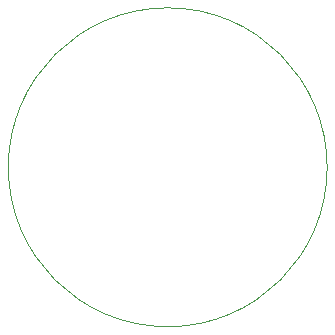
<source format=gbr>
%TF.GenerationSoftware,KiCad,Pcbnew,8.0.7*%
%TF.CreationDate,2024-12-12T10:30:31+01:00*%
%TF.ProjectId,pcb_actionneur_ventouse,7063625f-6163-4746-996f-6e6e6575725f,rev?*%
%TF.SameCoordinates,Original*%
%TF.FileFunction,Profile,NP*%
%FSLAX46Y46*%
G04 Gerber Fmt 4.6, Leading zero omitted, Abs format (unit mm)*
G04 Created by KiCad (PCBNEW 8.0.7) date 2024-12-12 10:30:31*
%MOMM*%
%LPD*%
G01*
G04 APERTURE LIST*
%TA.AperFunction,Profile*%
%ADD10C,0.050000*%
%TD*%
G04 APERTURE END LIST*
D10*
X163500000Y-50000000D02*
G75*
G02*
X136500000Y-50000000I-13500000J0D01*
G01*
X136500000Y-50000000D02*
G75*
G02*
X163500000Y-50000000I13500000J0D01*
G01*
M02*

</source>
